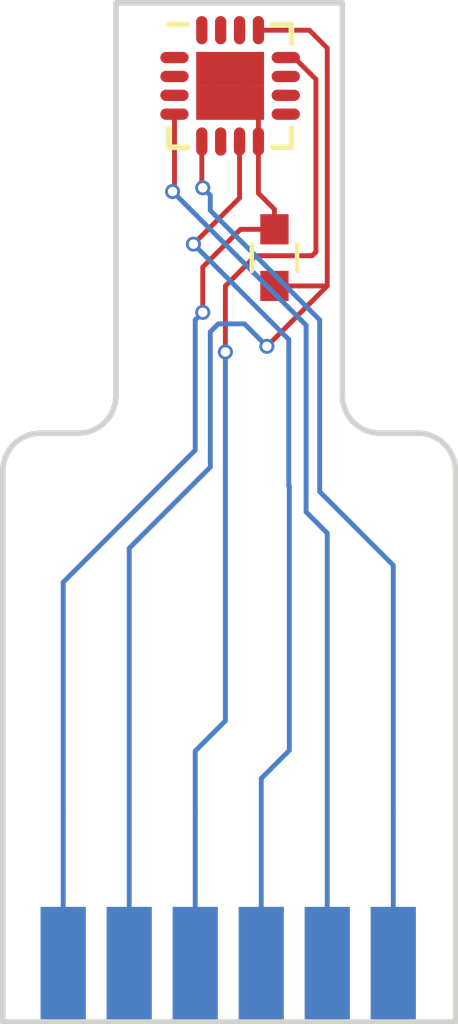
<source format=kicad_pcb>
(kicad_pcb (version 4) (host pcbnew 4.0.6)

  (general
    (links 12)
    (no_connects 0)
    (area 86.924999 58.445 100.663334 83.08)
    (thickness 1.6)
    (drawings 12)
    (tracks 74)
    (zones 0)
    (modules 3)
    (nets 7)
  )

  (page A4)
  (layers
    (0 F.Cu signal)
    (31 B.Cu signal)
    (32 B.Adhes user)
    (33 F.Adhes user)
    (34 B.Paste user)
    (35 F.Paste user)
    (36 B.SilkS user)
    (37 F.SilkS user)
    (38 B.Mask user)
    (39 F.Mask user)
    (40 Dwgs.User user)
    (41 Cmts.User user)
    (42 Eco1.User user)
    (43 Eco2.User user)
    (44 Edge.Cuts user)
    (45 Margin user)
    (46 B.CrtYd user)
    (47 F.CrtYd user)
    (48 B.Fab user)
    (49 F.Fab user)
  )

  (setup
    (last_trace_width 0.13)
    (trace_clearance 0.13)
    (zone_clearance 0.508)
    (zone_45_only no)
    (trace_min 0.1)
    (segment_width 0.2)
    (edge_width 0.15)
    (via_size 0.4)
    (via_drill 0.25)
    (via_min_size 0.2)
    (via_min_drill 0.2)
    (uvia_size 0.3)
    (uvia_drill 0.1)
    (uvias_allowed no)
    (uvia_min_size 0.2)
    (uvia_min_drill 0.1)
    (pcb_text_width 0.3)
    (pcb_text_size 1.5 1.5)
    (mod_edge_width 0.15)
    (mod_text_size 1 1)
    (mod_text_width 0.15)
    (pad_size 1.524 1.524)
    (pad_drill 0.762)
    (pad_to_mask_clearance 0.2)
    (aux_axis_origin 0 0)
    (visible_elements 7FFFEFFF)
    (pcbplotparams
      (layerselection 0x010c0_80000001)
      (usegerberextensions false)
      (excludeedgelayer true)
      (linewidth 0.100000)
      (plotframeref false)
      (viasonmask false)
      (mode 1)
      (useauxorigin false)
      (hpglpennumber 1)
      (hpglpenspeed 20)
      (hpglpendiameter 15)
      (hpglpenoverlay 2)
      (psnegative false)
      (psa4output false)
      (plotreference true)
      (plotvalue true)
      (plotinvisibletext false)
      (padsonsilk false)
      (subtractmaskfromsilk false)
      (outputformat 1)
      (mirror false)
      (drillshape 0)
      (scaleselection 1)
      (outputdirectory Gerber))
  )

  (net 0 "")
  (net 1 +3V3)
  (net 2 Earth)
  (net 3 CS)
  (net 4 MOSI)
  (net 5 MISO)
  (net 6 SCLK)

  (net_class Default "This is the default net class."
    (clearance 0.13)
    (trace_width 0.13)
    (via_dia 0.4)
    (via_drill 0.25)
    (uvia_dia 0.3)
    (uvia_drill 0.1)
    (add_net +3V3)
    (add_net CS)
    (add_net Earth)
    (add_net MISO)
    (add_net MOSI)
    (add_net SCLK)
  )

  (module Dizzy:SPI_CONN (layer B.Cu) (tedit 5BC46E55) (tstamp 5BC2E54B)
    (at 95.7 82.7 180)
    (path /5BC2E3A6)
    (fp_text reference J1 (at 0 -0.5 180) (layer B.SilkS) hide
      (effects (font (size 1 1) (thickness 0.15)) (justify mirror))
    )
    (fp_text value CONN_01X06 (at 0 0.5 180) (layer B.Fab) hide
      (effects (font (size 1 1) (thickness 0.15)) (justify mirror))
    )
    (pad 1 smd rect (at -1.65 -2.75 180) (size 1.2 3) (layers B.Cu B.Paste B.Mask)
      (net 3 CS))
    (pad 2 smd rect (at 0.1 -2.75 180) (size 1.2 3) (layers B.Cu B.Paste B.Mask)
      (net 4 MOSI))
    (pad 3 smd rect (at 1.85 -2.75 180) (size 1.2 3) (layers B.Cu B.Paste B.Mask)
      (net 5 MISO))
    (pad 4 smd rect (at 3.6 -2.75 180) (size 1.2 3) (layers B.Cu B.Paste B.Mask)
      (net 6 SCLK))
    (pad 5 smd rect (at 5.35 -2.75 180) (size 1.2 3) (layers B.Cu B.Paste B.Mask)
      (net 1 +3V3))
    (pad 6 smd rect (at 7.1 -2.75 180) (size 1.2 3) (layers B.Cu B.Paste B.Mask)
      (net 2 Earth))
  )

  (module Capacitors_SMD:C_0603 (layer F.Cu) (tedit 5BC46E5E) (tstamp 5BC2E541)
    (at 94.2 66.75 270)
    (descr "Capacitor SMD 0603, reflow soldering, AVX (see smccp.pdf)")
    (tags "capacitor 0603")
    (path /5BC2E464)
    (attr smd)
    (fp_text reference C1 (at 0 -1.5 270) (layer F.SilkS) hide
      (effects (font (size 1 1) (thickness 0.15)))
    )
    (fp_text value C_Small (at 0 1.5 270) (layer F.Fab)
      (effects (font (size 1 1) (thickness 0.15)))
    )
    (fp_line (start 1.4 0.65) (end -1.4 0.65) (layer F.CrtYd) (width 0.05))
    (fp_line (start 1.4 0.65) (end 1.4 -0.65) (layer F.CrtYd) (width 0.05))
    (fp_line (start -1.4 -0.65) (end -1.4 0.65) (layer F.CrtYd) (width 0.05))
    (fp_line (start -1.4 -0.65) (end 1.4 -0.65) (layer F.CrtYd) (width 0.05))
    (fp_line (start 0.35 0.6) (end -0.35 0.6) (layer F.SilkS) (width 0.12))
    (fp_line (start -0.35 -0.6) (end 0.35 -0.6) (layer F.SilkS) (width 0.12))
    (fp_line (start -0.8 -0.4) (end 0.8 -0.4) (layer F.Fab) (width 0.1))
    (fp_line (start 0.8 -0.4) (end 0.8 0.4) (layer F.Fab) (width 0.1))
    (fp_line (start 0.8 0.4) (end -0.8 0.4) (layer F.Fab) (width 0.1))
    (fp_line (start -0.8 0.4) (end -0.8 -0.4) (layer F.Fab) (width 0.1))
    (fp_text user %R (at 0 0 270) (layer F.Fab)
      (effects (font (size 0.3 0.3) (thickness 0.075)))
    )
    (pad 2 smd rect (at 0.75 0 270) (size 0.8 0.75) (layers F.Cu F.Paste F.Mask)
      (net 1 +3V3))
    (pad 1 smd rect (at -0.75 0 270) (size 0.8 0.75) (layers F.Cu F.Paste F.Mask)
      (net 2 Earth))
    (model Capacitors_SMD.3dshapes/C_0603.wrl
      (at (xyz 0 0 0))
      (scale (xyz 1 1 1))
      (rotate (xyz 0 0 0))
    )
  )

  (module Housings_DFN_QFN:QFN-16-1EP_3x3mm_Pitch0.5mm (layer F.Cu) (tedit 5BC46E64) (tstamp 5BC2E563)
    (at 93.025 62.2)
    (descr "16-Lead Plastic Quad Flat, No Lead Package (NG) - 3x3x0.9 mm Body [QFN]; (see Microchip Packaging Specification 00000049BS.pdf)")
    (tags "QFN 0.5")
    (path /5BC2E305)
    (attr smd)
    (fp_text reference U1 (at 0 -2.85) (layer F.SilkS) hide
      (effects (font (size 1 1) (thickness 0.15)))
    )
    (fp_text value MA700 (at 0 2.85) (layer F.Fab)
      (effects (font (size 1 1) (thickness 0.15)))
    )
    (fp_line (start -0.5 -1.5) (end 1.5 -1.5) (layer F.Fab) (width 0.15))
    (fp_line (start 1.5 -1.5) (end 1.5 1.5) (layer F.Fab) (width 0.15))
    (fp_line (start 1.5 1.5) (end -1.5 1.5) (layer F.Fab) (width 0.15))
    (fp_line (start -1.5 1.5) (end -1.5 -0.5) (layer F.Fab) (width 0.15))
    (fp_line (start -1.5 -0.5) (end -0.5 -1.5) (layer F.Fab) (width 0.15))
    (fp_line (start -2.1 -2.1) (end -2.1 2.1) (layer F.CrtYd) (width 0.05))
    (fp_line (start 2.1 -2.1) (end 2.1 2.1) (layer F.CrtYd) (width 0.05))
    (fp_line (start -2.1 -2.1) (end 2.1 -2.1) (layer F.CrtYd) (width 0.05))
    (fp_line (start -2.1 2.1) (end 2.1 2.1) (layer F.CrtYd) (width 0.05))
    (fp_line (start 1.625 -1.625) (end 1.625 -1.125) (layer F.SilkS) (width 0.15))
    (fp_line (start -1.625 1.625) (end -1.625 1.125) (layer F.SilkS) (width 0.15))
    (fp_line (start 1.625 1.625) (end 1.625 1.125) (layer F.SilkS) (width 0.15))
    (fp_line (start -1.625 -1.625) (end -1.125 -1.625) (layer F.SilkS) (width 0.15))
    (fp_line (start -1.625 1.625) (end -1.125 1.625) (layer F.SilkS) (width 0.15))
    (fp_line (start 1.625 1.625) (end 1.125 1.625) (layer F.SilkS) (width 0.15))
    (fp_line (start 1.625 -1.625) (end 1.125 -1.625) (layer F.SilkS) (width 0.15))
    (pad 1 smd oval (at -1.475 -0.75) (size 0.75 0.3) (layers F.Cu F.Paste F.Mask))
    (pad 2 smd oval (at -1.475 -0.25) (size 0.75 0.3) (layers F.Cu F.Paste F.Mask))
    (pad 3 smd oval (at -1.475 0.25) (size 0.75 0.3) (layers F.Cu F.Paste F.Mask))
    (pad 4 smd oval (at -1.475 0.75) (size 0.75 0.3) (layers F.Cu F.Paste F.Mask)
      (net 4 MOSI))
    (pad 5 smd oval (at -0.75 1.475 90) (size 0.75 0.3) (layers F.Cu F.Paste F.Mask)
      (net 3 CS))
    (pad 6 smd oval (at -0.25 1.475 90) (size 0.75 0.3) (layers F.Cu F.Paste F.Mask))
    (pad 7 smd oval (at 0.25 1.475 90) (size 0.75 0.3) (layers F.Cu F.Paste F.Mask)
      (net 5 MISO))
    (pad 8 smd oval (at 0.75 1.475 90) (size 0.75 0.3) (layers F.Cu F.Paste F.Mask)
      (net 2 Earth))
    (pad 9 smd oval (at 1.475 0.75) (size 0.75 0.3) (layers F.Cu F.Paste F.Mask))
    (pad 10 smd oval (at 1.475 0.25) (size 0.75 0.3) (layers F.Cu F.Paste F.Mask))
    (pad 11 smd oval (at 1.475 -0.25) (size 0.75 0.3) (layers F.Cu F.Paste F.Mask))
    (pad 12 smd oval (at 1.475 -0.75) (size 0.75 0.3) (layers F.Cu F.Paste F.Mask)
      (net 6 SCLK))
    (pad 13 smd oval (at 0.75 -1.475 90) (size 0.75 0.3) (layers F.Cu F.Paste F.Mask)
      (net 1 +3V3))
    (pad 14 smd oval (at 0.25 -1.475 90) (size 0.75 0.3) (layers F.Cu F.Paste F.Mask))
    (pad 15 smd oval (at -0.25 -1.475 90) (size 0.75 0.3) (layers F.Cu F.Paste F.Mask))
    (pad 16 smd oval (at -0.75 -1.475 90) (size 0.75 0.3) (layers F.Cu F.Paste F.Mask))
    (pad 17 smd rect (at 0.45 0.45) (size 0.9 0.9) (layers F.Cu F.Paste F.Mask)
      (net 2 Earth) (solder_paste_margin_ratio -0.2))
    (pad 17 smd rect (at 0.45 -0.45) (size 0.9 0.9) (layers F.Cu F.Paste F.Mask)
      (net 2 Earth) (solder_paste_margin_ratio -0.2))
    (pad 17 smd rect (at -0.45 0.45) (size 0.9 0.9) (layers F.Cu F.Paste F.Mask)
      (net 2 Earth) (solder_paste_margin_ratio -0.2))
    (pad 17 smd rect (at -0.45 -0.45) (size 0.9 0.9) (layers F.Cu F.Paste F.Mask)
      (net 2 Earth) (solder_paste_margin_ratio -0.2))
    (model ${KISYS3DMOD}/Housings_DFN_QFN.3dshapes/QFN-16-1EP_3x3mm_Pitch0.5mm.wrl
      (at (xyz 0 0 0))
      (scale (xyz 1 1 1))
      (rotate (xyz 0 0 0))
    )
  )

  (gr_arc (start 98 72.4) (end 98 71.4) (angle 90) (layer Edge.Cuts) (width 0.15))
  (gr_arc (start 97 70.4) (end 97 71.4) (angle 90) (layer Edge.Cuts) (width 0.15))
  (gr_arc (start 88 72.4) (end 87 72.4) (angle 90) (layer Edge.Cuts) (width 0.15))
  (gr_arc (start 89 70.4) (end 90 70.4) (angle 90) (layer Edge.Cuts) (width 0.15))
  (gr_line (start 98 71.4) (end 97 71.4) (layer Edge.Cuts) (width 0.15))
  (gr_line (start 99 87) (end 99 72.4) (layer Edge.Cuts) (width 0.15))
  (gr_line (start 88 71.4) (end 89 71.4) (layer Edge.Cuts) (width 0.15))
  (gr_line (start 87 87) (end 87 72.4) (layer Edge.Cuts) (width 0.15))
  (gr_line (start 87 87) (end 99 87) (layer Edge.Cuts) (width 0.15))
  (gr_line (start 90 60) (end 96 60) (layer Edge.Cuts) (width 0.15))
  (gr_line (start 96 60) (end 96 70.4) (layer Edge.Cuts) (width 0.15))
  (gr_line (start 90 60) (end 90 70.4) (layer Edge.Cuts) (width 0.15))

  (segment (start 94.000002 69.1) (end 93.405 68.504998) (width 0.13) (layer B.Cu) (net 1))
  (segment (start 93.405 68.504998) (end 92.710398 68.504998) (width 0.13) (layer B.Cu) (net 1))
  (segment (start 92.710398 68.504998) (end 92.5 68.715396) (width 0.13) (layer B.Cu) (net 1))
  (segment (start 92.5 68.715396) (end 92.5 72.3) (width 0.13) (layer B.Cu) (net 1))
  (segment (start 92.5 72.3) (end 90.35 74.45) (width 0.13) (layer B.Cu) (net 1))
  (segment (start 90.35 74.45) (end 90.35 81.45) (width 0.13) (layer B.Cu) (net 1))
  (segment (start 90.35 81.45) (end 90.35 85.45) (width 0.13) (layer B.Cu) (net 1))
  (segment (start 95.6 67.5) (end 94.200001 68.900001) (width 0.13) (layer F.Cu) (net 1))
  (via (at 94.000002 69.1) (size 0.4) (drill 0.25) (layers F.Cu B.Cu) (net 1))
  (segment (start 94.200001 68.900001) (end 94.000002 69.1) (width 0.13) (layer F.Cu) (net 1))
  (segment (start 95.6 67.5) (end 95.6 61.2) (width 0.13) (layer F.Cu) (net 1))
  (segment (start 94.2 67.5) (end 95.6 67.5) (width 0.13) (layer F.Cu) (net 1))
  (segment (start 95.6 61.2) (end 95.125 60.725) (width 0.13) (layer F.Cu) (net 1))
  (segment (start 95.125 60.725) (end 93.775 60.725) (width 0.13) (layer F.Cu) (net 1))
  (segment (start 88.6 81.45) (end 88.6 85.45) (width 0.13) (layer B.Cu) (net 2))
  (segment (start 88.6 81.45) (end 88.6 75.35) (width 0.13) (layer B.Cu) (net 2))
  (segment (start 88.6 75.35) (end 92.100001 71.849999) (width 0.13) (layer B.Cu) (net 2))
  (segment (start 92.100001 71.849999) (end 92.100001 68.399999) (width 0.13) (layer B.Cu) (net 2))
  (segment (start 92.100001 68.399999) (end 92.3 68.2) (width 0.13) (layer B.Cu) (net 2))
  (segment (start 94.2 66) (end 94.2 65.47) (width 0.13) (layer F.Cu) (net 2))
  (segment (start 94.2 65.47) (end 93.775 65.045) (width 0.13) (layer F.Cu) (net 2))
  (segment (start 92.3 68.2) (end 92.3 67) (width 0.13) (layer F.Cu) (net 2))
  (segment (start 92.3 67) (end 93.3 66) (width 0.13) (layer F.Cu) (net 2))
  (segment (start 93.3 66) (end 94.2 66) (width 0.13) (layer F.Cu) (net 2))
  (via (at 92.3 68.2) (size 0.4) (drill 0.25) (layers F.Cu B.Cu) (net 2))
  (segment (start 93.775 65.045) (end 93.775 64.825) (width 0.13) (layer F.Cu) (net 2))
  (segment (start 93.775 64.825) (end 93.775 63.675) (width 0.13) (layer F.Cu) (net 2))
  (segment (start 92.575 61.75) (end 92.575 62.65) (width 0.13) (layer F.Cu) (net 2))
  (segment (start 93.475 61.75) (end 92.575 61.75) (width 0.13) (layer F.Cu) (net 2))
  (segment (start 93.475 62.65) (end 93.475 61.75) (width 0.13) (layer F.Cu) (net 2))
  (segment (start 93.775 63.675) (end 93.775 62.95) (width 0.13) (layer F.Cu) (net 2))
  (segment (start 93.775 62.95) (end 93.475 62.65) (width 0.13) (layer F.Cu) (net 2))
  (segment (start 97.35 81.45) (end 97.35 85.45) (width 0.13) (layer B.Cu) (net 3))
  (segment (start 92.499999 65.099999) (end 92.3 64.9) (width 0.13) (layer B.Cu) (net 3))
  (segment (start 95.4 72.95) (end 95.4 68.4) (width 0.13) (layer B.Cu) (net 3))
  (segment (start 97.35 81.45) (end 97.35 74.9) (width 0.13) (layer B.Cu) (net 3))
  (segment (start 97.35 74.9) (end 95.4 72.95) (width 0.13) (layer B.Cu) (net 3))
  (segment (start 95.4 68.4) (end 92.499999 65.499999) (width 0.13) (layer B.Cu) (net 3))
  (segment (start 92.499999 65.499999) (end 92.499999 65.099999) (width 0.13) (layer B.Cu) (net 3))
  (segment (start 92.275 63.675) (end 92.275 64.875) (width 0.13) (layer F.Cu) (net 3))
  (segment (start 92.275 64.875) (end 92.3 64.9) (width 0.13) (layer F.Cu) (net 3))
  (via (at 92.3 64.9) (size 0.4) (drill 0.25) (layers F.Cu B.Cu) (net 3))
  (segment (start 91.5 65) (end 95.039989 68.539989) (width 0.13) (layer B.Cu) (net 4))
  (segment (start 95.039989 68.539989) (end 95.039989 73.489989) (width 0.13) (layer B.Cu) (net 4))
  (segment (start 95.039989 73.489989) (end 95.6 74.05) (width 0.13) (layer B.Cu) (net 4))
  (segment (start 95.6 74.05) (end 95.6 81.45) (width 0.13) (layer B.Cu) (net 4))
  (segment (start 95.6 81.45) (end 95.6 85.45) (width 0.13) (layer B.Cu) (net 4))
  (segment (start 91.55 62.95) (end 91.55 64.95) (width 0.13) (layer F.Cu) (net 4))
  (segment (start 91.55 64.95) (end 91.5 65) (width 0.13) (layer F.Cu) (net 4))
  (via (at 91.5 65) (size 0.4) (drill 0.25) (layers F.Cu B.Cu) (net 4))
  (segment (start 92.052742 66.392474) (end 94.58 68.919732) (width 0.13) (layer B.Cu) (net 5))
  (segment (start 94.58 68.919732) (end 94.58 72.795398) (width 0.13) (layer B.Cu) (net 5))
  (segment (start 93.85 81.45) (end 93.85 85.45) (width 0.13) (layer B.Cu) (net 5))
  (segment (start 94.58 72.795398) (end 94.595001 72.810399) (width 0.13) (layer B.Cu) (net 5))
  (segment (start 94.595001 72.810399) (end 94.595001 79.804999) (width 0.13) (layer B.Cu) (net 5))
  (segment (start 94.595001 79.804999) (end 93.85 80.55) (width 0.13) (layer B.Cu) (net 5))
  (segment (start 93.85 80.55) (end 93.85 81.45) (width 0.13) (layer B.Cu) (net 5))
  (segment (start 93.275 63.675) (end 93.275 65.170216) (width 0.13) (layer F.Cu) (net 5))
  (segment (start 93.275 65.170216) (end 92.252741 66.192475) (width 0.13) (layer F.Cu) (net 5))
  (segment (start 92.252741 66.192475) (end 92.052742 66.392474) (width 0.13) (layer F.Cu) (net 5))
  (via (at 92.052742 66.392474) (size 0.4) (drill 0.25) (layers F.Cu B.Cu) (net 5))
  (segment (start 92.9 69.25) (end 92.9 79.02) (width 0.13) (layer B.Cu) (net 6))
  (segment (start 92.9 79.02) (end 92.1 79.82) (width 0.13) (layer B.Cu) (net 6))
  (segment (start 92.1 79.82) (end 92.1 81.45) (width 0.13) (layer B.Cu) (net 6))
  (segment (start 92.1 81.45) (end 92.1 85.45) (width 0.13) (layer B.Cu) (net 6))
  (segment (start 93.7 66.7) (end 92.9 67.5) (width 0.13) (layer F.Cu) (net 6))
  (segment (start 95.3 66.6) (end 95.2 66.7) (width 0.13) (layer F.Cu) (net 6))
  (segment (start 95.3 62.025) (end 95.3 66.6) (width 0.13) (layer F.Cu) (net 6))
  (segment (start 94.725 61.45) (end 95.3 62.025) (width 0.13) (layer F.Cu) (net 6))
  (segment (start 92.9 68.967158) (end 92.9 69.25) (width 0.13) (layer F.Cu) (net 6))
  (segment (start 92.9 67.5) (end 92.9 68.967158) (width 0.13) (layer F.Cu) (net 6))
  (segment (start 95.2 66.7) (end 93.7 66.7) (width 0.13) (layer F.Cu) (net 6))
  (segment (start 94.5 61.45) (end 94.725 61.45) (width 0.13) (layer F.Cu) (net 6))
  (via (at 92.9 69.25) (size 0.4) (drill 0.25) (layers F.Cu B.Cu) (net 6))

)

</source>
